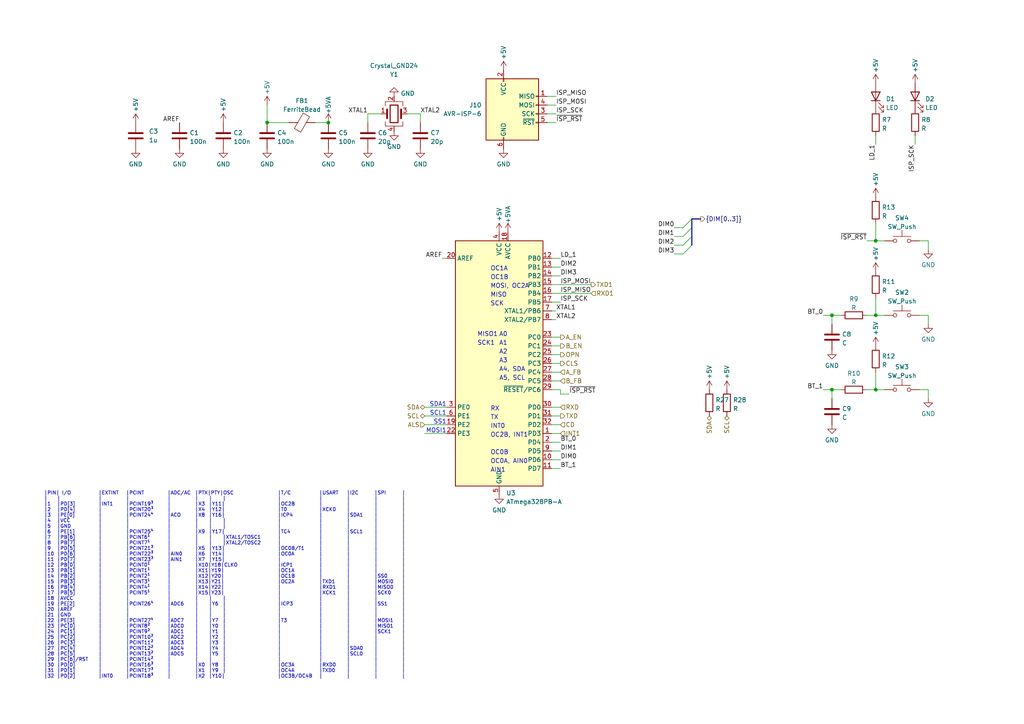
<source format=kicad_sch>
(kicad_sch (version 20231120) (generator "eeschema") (generator_version "8.0")
  (paper "A4")
  (lib_symbols
    (symbol "Connector:AVR-ISP-6" (pin_names (offset 1.016))
      (property "Reference" "J" (at -6.35 11.43 0))
      (property "Value" "AVR-ISP-6" (at 0 11.43 0))
      (symbol "AVR-ISP-6_0_1"
        (rectangle (start -2.667 -6.858) (end -2.413 -7.62))
        (rectangle (start -2.667 10.16) (end -2.413 9.398))
        (rectangle (start 7.62 -2.413) (end 6.858 -2.667))
        (rectangle (start 7.62 0.127) (end 6.858 -0.127))
        (rectangle (start 7.62 2.667) (end 6.858 2.413))
        (rectangle (start 7.62 5.207) (end 6.858 4.953))
        (rectangle (start 7.62 10.16) (end -7.62 -7.62) (stroke (width 0.254)) (fill (type background)))
      )
      (symbol "AVR-ISP-6_1_1"
        (pin passive line (at 10.16 5.08 180) (length 2.54) (name "MISO") (number "1"))
        (pin passive line (at -2.54 12.7 270) (length 2.54) (name "VCC") (number "2"))
        (pin passive line (at 10.16 0 180) (length 2.54) (name "SCK") (number "3"))
        (pin passive line (at 10.16 2.54 180) (length 2.54) (name "MOSI") (number "4"))
        (pin passive line (at 10.16 -2.54 180) (length 2.54) (name "~{RST}") (number "5"))
        (pin passive line (at -2.54 -10.16 90) (length 2.54) (name "GND") (number "6"))
      )
    )
    (symbol "Device:C" (pin_numbers hide) (pin_names (offset 0.254))
      (property "Reference" "C" (at 0.635 2.54 0))
      (property "Value" "C" (at 0.635 -2.54 0))
      (symbol "C_0_1"
        (polyline (pts (xy -2.032 -0.762) (xy 2.032 -0.762)) (stroke (width 0.508)))
        (polyline (pts (xy -2.032 0.762) (xy 2.032 0.762)) (stroke (width 0.508)))
      )
      (symbol "C_1_1"
        (pin passive line (at 0 3.81 270) (length 2.794) (name "~") (number "1"))
        (pin passive line (at 0 -3.81 90) (length 2.794) (name "~") (number "2"))
      )
    )
    (symbol "Device:Crystal_GND24" (pin_names (offset 1.016) hide)
      (property "Reference" "Y" (at 3.175 5.08 0))
      (property "Value" "Crystal_GND24" (at 3.175 3.175 0))
      (symbol "Crystal_GND24_0_1"
        (rectangle (start -1.143 2.54) (end 1.143 -2.54) (stroke (width 0.3048)))
        (polyline (pts (xy -2.54 0) (xy -2.032 0)))
        (polyline (pts (xy -2.032 -1.27) (xy -2.032 1.27)) (stroke (width 0.508)))
        (polyline (pts (xy 0 -3.81) (xy 0 -3.556)))
        (polyline (pts (xy 0 3.556) (xy 0 3.81)))
        (polyline (pts (xy 2.032 -1.27) (xy 2.032 1.27)) (stroke (width 0.508)))
        (polyline (pts (xy 2.032 0) (xy 2.54 0)))
        (polyline (pts (xy -2.54 -2.286) (xy -2.54 -3.556) (xy 2.54 -3.556) (xy 2.54 -2.286)))
        (polyline (pts (xy -2.54 2.286) (xy -2.54 3.556) (xy 2.54 3.556) (xy 2.54 2.286)))
      )
      (symbol "Crystal_GND24_1_1"
        (pin passive line (at -3.81 0 0) (length 1.27) (name "1") (number "1"))
        (pin passive line (at 0 5.08 270) (length 1.27) (name "2") (number "2"))
        (pin passive line (at 3.81 0 180) (length 1.27) (name "3") (number "3"))
        (pin passive line (at 0 -5.08 90) (length 1.27) (name "4") (number "4"))
      )
    )
    (symbol "Device:FerriteBead" (pin_numbers hide) (pin_names (offset 0))
      (property "Reference" "FB" (at -3.81 0.635 90))
      (property "Value" "FerriteBead" (at 3.81 0 90))
      (symbol "FerriteBead_0_1"
        (polyline (pts (xy 0 -1.27) (xy 0 -1.2192)))
        (polyline (pts (xy 0 1.27) (xy 0 1.2954)))
        (polyline (pts (xy -2.7686 0.4064) (xy -1.7018 2.2606) (xy 2.7686 -0.3048) (xy 1.6764 -2.159) (xy -2.7686 0.4064)))
      )
      (symbol "FerriteBead_1_1"
        (pin passive line (at 0 3.81 270) (length 2.54) (name "~") (number "1"))
        (pin passive line (at 0 -3.81 90) (length 2.54) (name "~") (number "2"))
      )
    )
    (symbol "Device:LED" (pin_numbers hide) (pin_names (offset 1.016) hide)
      (property "Reference" "D" (at 0 2.54 0))
      (property "Value" "LED" (at 0 -2.54 0))
      (symbol "LED_0_1"
        (polyline (pts (xy -1.27 -1.27) (xy -1.27 1.27)) (stroke (width 0.254)))
        (polyline (pts (xy -1.27 0) (xy 1.27 0)))
        (polyline (pts (xy 1.27 -1.27) (xy 1.27 1.27) (xy -1.27 0) (xy 1.27 -1.27)) (stroke (width 0.254)))
        (polyline (pts (xy -3.048 -0.762) (xy -4.572 -2.286) (xy -3.81 -2.286) (xy -4.572 -2.286) (xy -4.572 -1.524)))
        (polyline (pts (xy -1.778 -0.762) (xy -3.302 -2.286) (xy -2.54 -2.286) (xy -3.302 -2.286) (xy -3.302 -1.524)))
      )
      (symbol "LED_1_1"
        (pin passive line (at -3.81 0 0) (length 2.54) (name "K") (number "1"))
        (pin passive line (at 3.81 0 180) (length 2.54) (name "A") (number "2"))
      )
    )
    (symbol "Device:R" (pin_numbers hide) (pin_names (offset 0))
      (property "Reference" "R" (at 2.032 0 90))
      (property "Value" "R" (at 0 0 90))
      (symbol "R_0_1"
        (rectangle (start -1.016 -2.54) (end 1.016 2.54) (stroke (width 0.254)))
      )
      (symbol "R_1_1"
        (pin passive line (at 0 3.81 270) (length 1.27) (name "~") (number "1"))
        (pin passive line (at 0 -3.81 90) (length 1.27) (name "~") (number "2"))
      )
    )
    (symbol "MCU_Microchip_ATmega:ATmega328PB-A"
      (property "Reference" "U" (at -12.7 36.83 0))
      (property "Value" "ATmega328PB-A" (at 2.54 -36.83 0))
      (symbol "ATmega328PB-A_0_1"
        (rectangle (start -12.7 -35.56) (end 12.7 35.56) (stroke (width 0.254)) (fill (type background)))
      )
      (symbol "ATmega328PB-A_1_1"
        (pin bidirectional line (at 15.24 -20.32 180) (length 2.54) (name "PD3") (number "1"))
        (pin bidirectional line (at 15.24 -27.94 180) (length 2.54) (name "PD6") (number "10"))
        (pin bidirectional line (at 15.24 -30.48 180) (length 2.54) (name "PD7") (number "11"))
        (pin bidirectional line (at 15.24 30.48 180) (length 2.54) (name "PB0") (number "12"))
        (pin bidirectional line (at 15.24 27.94 180) (length 2.54) (name "PB1") (number "13"))
        (pin bidirectional line (at 15.24 25.4 180) (length 2.54) (name "PB2") (number "14"))
        (pin bidirectional line (at 15.24 22.86 180) (length 2.54) (name "PB3") (number "15"))
        (pin bidirectional line (at 15.24 20.32 180) (length 2.54) (name "PB4") (number "16"))
        (pin bidirectional line (at 15.24 17.78 180) (length 2.54) (name "PB5") (number "17"))
        (pin power_in line (at 2.54 38.1 270) (length 2.54) (name "AVCC") (number "18"))
        (pin bidirectional line (at -15.24 -17.78 0) (length 2.54) (name "PE2") (number "19"))
        (pin bidirectional line (at 15.24 -22.86 180) (length 2.54) (name "PD4") (number "2"))
        (pin passive line (at -15.24 30.48 0) (length 2.54) (name "AREF") (number "20"))
        (pin passive line (at 0 -38.1 90) (length 2.54) hide (name "GND") (number "21"))
        (pin bidirectional line (at -15.24 -20.32 0) (length 2.54) (name "PE3") (number "22"))
        (pin bidirectional line (at 15.24 7.62 180) (length 2.54) (name "PC0") (number "23"))
        (pin bidirectional line (at 15.24 5.08 180) (length 2.54) (name "PC1") (number "24"))
        (pin bidirectional line (at 15.24 2.54 180) (length 2.54) (name "PC2") (number "25"))
        (pin bidirectional line (at 15.24 0 180) (length 2.54) (name "PC3") (number "26"))
        (pin bidirectional line (at 15.24 -2.54 180) (length 2.54) (name "PC4") (number "27"))
        (pin bidirectional line (at 15.24 -5.08 180) (length 2.54) (name "PC5") (number "28"))
        (pin bidirectional line (at 15.24 -7.62 180) (length 2.54) (name "~{RESET}/PC6") (number "29"))
        (pin bidirectional line (at -15.24 -12.7 0) (length 2.54) (name "PE0") (number "3"))
        (pin bidirectional line (at 15.24 -12.7 180) (length 2.54) (name "PD0") (number "30"))
        (pin bidirectional line (at 15.24 -15.24 180) (length 2.54) (name "PD1") (number "31"))
        (pin bidirectional line (at 15.24 -17.78 180) (length 2.54) (name "PD2") (number "32"))
        (pin power_in line (at 0 38.1 270) (length 2.54) (name "VCC") (number "4"))
        (pin power_in line (at 0 -38.1 90) (length 2.54) (name "GND") (number "5"))
        (pin bidirectional line (at -15.24 -15.24 0) (length 2.54) (name "PE1") (number "6"))
        (pin bidirectional line (at 15.24 15.24 180) (length 2.54) (name "XTAL1/PB6") (number "7"))
        (pin bidirectional line (at 15.24 12.7 180) (length 2.54) (name "XTAL2/PB7") (number "8"))
        (pin bidirectional line (at 15.24 -25.4 180) (length 2.54) (name "PD5") (number "9"))
      )
    )
    (symbol "Switch:SW_Push" (pin_numbers hide) (pin_names (offset 1.016) hide)
      (property "Reference" "SW" (at 1.27 2.54 0))
      (property "Value" "SW_Push" (at 0 -1.524 0))
      (symbol "SW_Push_0_1"
        (circle (center -2.032 0) (radius 0.508))
        (polyline (pts (xy 0 1.27) (xy 0 3.048)))
        (polyline (pts (xy 2.54 1.27) (xy -2.54 1.27)))
        (circle (center 2.032 0) (radius 0.508))
        (pin passive line (at -5.08 0 0) (length 2.54) (name "1") (number "1"))
        (pin passive line (at 5.08 0 180) (length 2.54) (name "2") (number "2"))
      )
    )
    (symbol "power:+5V" (power) (pin_names (offset 0))
      (property "Value" "+5V" (at 0 3.556 0))
      (symbol "+5V_0_1"
        (polyline (pts (xy -0.762 1.27) (xy 0 2.54)))
        (polyline (pts (xy 0 0) (xy 0 2.54)))
        (polyline (pts (xy 0 2.54) (xy 0.762 1.27)))
      )
      (symbol "+5V_1_1"
        (pin power_in line (at 0 0 90) (length 0) hide (name "+5V") (number "1"))
      )
    )
    (symbol "power:+5VA" (power) (pin_names (offset 0))
      (property "Value" "+5VA" (at 0 3.556 0))
      (symbol "+5VA_0_1"
        (polyline (pts (xy -0.762 1.27) (xy 0 2.54)))
        (polyline (pts (xy 0 0) (xy 0 2.54)))
        (polyline (pts (xy 0 2.54) (xy 0.762 1.27)))
      )
      (symbol "+5VA_1_1"
        (pin power_in line (at 0 0 90) (length 0) hide (name "+5VA") (number "1"))
      )
    )
    (symbol "power:GND" (power) (pin_names (offset 0))
      (property "Value" "GND" (at 0 -3.81 0))
      (symbol "GND_0_1"
        (polyline (pts (xy 0 0) (xy 0 -1.27) (xy 1.27 -1.27) (xy 0 -2.54) (xy -1.27 -1.27) (xy 0 -1.27)))
      )
      (symbol "GND_1_1"
        (pin power_in line (at 0 0 270) (length 0) hide (name "GND") (number "1"))
      )
    )
  )
  (junction (at 254 69.85))
  (junction (at 254 113.03))
  (junction (at 77.47 35.56))
  (junction (at 95.25 35.56))
  (junction (at 241.3 113.03))
  (junction (at 241.3 91.44))
  (junction (at 254 91.44))
  (bus_entry (at 200.66 66.04) (size -2.54 2.54))
  (bus_entry (at 200.66 71.12) (size -2.54 2.54))
  (bus_entry (at 200.66 68.58) (size -2.54 2.54))
  (bus_entry (at 200.66 63.5) (size -2.54 2.54))
  (wire (pts (xy 160.02 102.87) (xy 162.56 102.87)))
  (wire (pts (xy 160.02 120.65) (xy 162.56 120.65)))
  (wire (pts (xy 160.02 90.17) (xy 161.29 90.17)))
  (wire (pts (xy 123.19 118.11) (xy 129.54 118.11)))
  (wire (pts (xy 195.58 71.12) (xy 198.12 71.12)))
  (wire (pts (xy 195.58 68.58) (xy 198.12 68.58)))
  (wire (pts (xy 158.75 30.48) (xy 161.29 30.48)))
  (wire (pts (xy 269.24 69.85) (xy 266.7 69.85)))
  (wire (pts (xy 160.02 74.93) (xy 162.56 74.93)))
  (wire (pts (xy 162.56 113.03) (xy 160.02 113.03)))
  (wire (pts (xy 160.02 105.41) (xy 162.56 105.41)))
  (wire (pts (xy 160.02 110.49) (xy 162.56 110.49)))
  (wire (pts (xy 160.02 130.81) (xy 162.56 130.81)))
  (wire (pts (xy 121.92 33.02) (xy 121.92 35.56)))
  (wire (pts (xy 269.24 115.57) (xy 269.24 113.03)))
  (bus (pts (xy 200.66 68.58) (xy 200.66 71.12)))
  (wire (pts (xy 269.24 93.98) (xy 269.24 91.44)))
  (wire (pts (xy 265.43 39.37) (xy 265.43 41.91)))
  (wire (pts (xy 269.24 72.39) (xy 269.24 69.85)))
  (wire (pts (xy 160.02 118.11) (xy 162.56 118.11)))
  (wire (pts (xy 83.82 35.56) (xy 77.47 35.56)))
  (wire (pts (xy 160.02 125.73) (xy 162.56 125.73)))
  (wire (pts (xy 238.76 113.03) (xy 241.3 113.03)))
  (wire (pts (xy 77.47 30.48) (xy 77.47 35.56)))
  (wire (pts (xy 160.02 80.01) (xy 162.56 80.01)))
  (wire (pts (xy 195.58 66.04) (xy 198.12 66.04)))
  (wire (pts (xy 241.3 91.44) (xy 241.3 93.98)))
  (wire (pts (xy 158.75 35.56) (xy 161.29 35.56)))
  (wire (pts (xy 254 86.36) (xy 254 91.44)))
  (wire (pts (xy 160.02 92.71) (xy 161.29 92.71)))
  (wire (pts (xy 238.76 91.44) (xy 241.3 91.44)))
  (wire (pts (xy 158.75 33.02) (xy 161.29 33.02)))
  (wire (pts (xy 123.19 120.65) (xy 129.54 120.65)))
  (wire (pts (xy 160.02 85.09) (xy 171.45 85.09)))
  (wire (pts (xy 160.02 107.95) (xy 162.56 107.95)))
  (wire (pts (xy 162.56 114.3) (xy 162.56 113.03)))
  (wire (pts (xy 251.46 91.44) (xy 254 91.44)))
  (wire (pts (xy 123.19 123.19) (xy 129.54 123.19)))
  (wire (pts (xy 269.24 91.44) (xy 266.7 91.44)))
  (wire (pts (xy 160.02 100.33) (xy 162.56 100.33)))
  (wire (pts (xy 118.11 33.02) (xy 121.92 33.02)))
  (wire (pts (xy 160.02 128.27) (xy 162.56 128.27)))
  (wire (pts (xy 162.56 114.3) (xy 165.1 114.3)))
  (wire (pts (xy 160.02 82.55) (xy 171.45 82.55)))
  (wire (pts (xy 269.24 113.03) (xy 266.7 113.03)))
  (wire (pts (xy 160.02 97.79) (xy 162.56 97.79)))
  (wire (pts (xy 123.19 125.73) (xy 129.54 125.73)))
  (bus (pts (xy 200.66 66.04) (xy 200.66 68.58)))
  (wire (pts (xy 110.49 33.02) (xy 106.68 33.02)))
  (wire (pts (xy 160.02 77.47) (xy 162.56 77.47)))
  (wire (pts (xy 254 69.85) (xy 256.54 69.85)))
  (wire (pts (xy 251.46 113.03) (xy 254 113.03)))
  (wire (pts (xy 254 39.37) (xy 254 41.91)))
  (wire (pts (xy 91.44 35.56) (xy 95.25 35.56)))
  (wire (pts (xy 158.75 27.94) (xy 161.29 27.94)))
  (bus (pts (xy 200.66 63.5) (xy 200.66 66.04)))
  (wire (pts (xy 241.3 113.03) (xy 243.84 113.03)))
  (wire (pts (xy 106.68 33.02) (xy 106.68 35.56)))
  (wire (pts (xy 251.46 69.85) (xy 254 69.85)))
  (wire (pts (xy 160.02 133.35) (xy 162.56 133.35)))
  (wire (pts (xy 241.3 91.44) (xy 243.84 91.44)))
  (wire (pts (xy 128.27 74.93) (xy 129.54 74.93)))
  (wire (pts (xy 254 113.03) (xy 256.54 113.03)))
  (wire (pts (xy 160.02 87.63) (xy 162.56 87.63)))
  (wire (pts (xy 254 64.77) (xy 254 69.85)))
  (wire (pts (xy 160.02 123.19) (xy 162.56 123.19)))
  (wire (pts (xy 254 91.44) (xy 256.54 91.44)))
  (wire (pts (xy 160.02 135.89) (xy 162.56 135.89)))
  (wire (pts (xy 195.58 73.66) (xy 198.12 73.66)))
  (bus (pts (xy 200.66 63.5) (xy 203.2 63.5)))
  (wire (pts (xy 241.3 113.03) (xy 241.3 115.57)))
  (wire (pts (xy 254 107.95) (xy 254 113.03)))
  (text "OC0B" (at 142.2399 132.0641 0) (effects (font (size 1.27 1.27)) (justify left bottom)))
  (text "OC1B" (at 142.24 81.28 0) (effects (font (size 1.27 1.27)) (justify left bottom)))
  (text "SS1" (at 129.54 123.19 0) (effects (font (size 1.27 1.27)) (justify right bottom)))
  (text "A0" (at 144.7364 97.7899 0) (effects (font (size 1.27 1.27)) (justify left bottom)))
  (text "OC1A" (at 142.24 78.74 0) (effects (font (size 1.27 1.27)) (justify left bottom)))
  (text "MISO" (at 142.24 86.3755 0) (effects (font (size 1.27 1.27)) (justify left bottom)))
  (text "TX" (at 142.2399 121.8941 0) (effects (font (size 1.27 1.27)) (justify left bottom)))
  (text "SCK1" (at 138.43 100.33 0) (effects (font (size 1.27 1.27)) (justify left bottom)))
  (text "|PIN| I/O		|EXTINT	|PCINT		|ADC/AC	|PTX|PTY|OSC			|T/C		|USART	|I2C	|SPI	|\n|	|			|		|			|		|	|	|				|			|		|		|		|\n|1	|PD[3]		|INT1	|PCINT19³	|		|X3	|Y11|				|OC2B		|		|		|		|\n|2	|PD[4]		|		|PCINT20³	|		|X4	|Y12|				|T0			|XCK0	|		|		|\n|3	|PE[0]		|		|PCINT24⁴	|ACO	|X8	|Y16|				|ICP4		|		|SDA1	|		|\n|4	|VCC		|		|			|		|	|	|           	|			|		|		|		|\n|5	|GND		|		|			|		|	|	|				|			|		|		|		|\n|6	|PE[1]		|		|PCINT25⁴	|		|X9	|Y17|				|TC4		|		|SCL1	|		|\n|7	|PB[6]		|		|PCINT6¹	|		|	|	|XTAL1/TOSC1	|			|		|		|		|\n|8	|PB[7]		|		|PCINT7¹	|		|	|	|XTAL2/TOSC2	|			|		|		|		|\n|9	|PD[5]		|		|PCINT21³	|		|X5	|Y13|				|OC0B/T1	|		|		|		|\n|10	|PD[6]		|		|PCINT22³	|AIN0	|X6	|Y14|				|OC0A		|		|		|		|\n|11	|PD[7]		|		|PCINT23³	|AIN1	|X7	|Y15|				|			|		|		|		|\n|12	|PB[0]		|		|PCINT0¹	|		|X10|Y18|CLKO			|ICP1		|		|		|		|\n|13	|PB[1]		|		|PCINT1¹	|		|X11|Y19|				|OC1A		|		|		|		|\n|14	|PB[2]		|		|PCINT2¹	|		|X12|Y20|				|OC1B		|		|		|SS0	|\n|15	|PB[3]		|		|PCINT3¹	|		|X13|Y21|				|OC2A		|TXD1	|		|MOSI0	|\n|16	|PB[4]		|		|PCINT4¹	|		|X14|Y22|				|			|RXD1	|		|MISO0	|\n|17	|PB[5]		|		|PCINT5¹	|		|X15|Y23|				|			|XCK1	|		|SCK0	|\n|18	|AVCC		|		|			|		|	|	|				|			|		|		|		|\n|19	|PE[2]		|		|PCINT26⁴	|ADC6	|	|Y6	|				|ICP3		|		|		|SS1	|\n|20	|AREF		|		|			|		|	|	|				|			|		|		|		|\n|21	|GND		|		|			|		|	|	|				|			|		|		|		|\n|22	|PE[3]		|		|PCINT27⁴	|ADC7	|	|Y7	|				|T3			|		|		|MOSI1	|\n|23	|PC[0]		|		|PCINT8²	|ADC0	|	|Y0	|				|			|		|		|MISO1	|\n|24	|PC[1]		|		|PCINT9²	|ADC1	|	|Y1	|				|			|		|		|SCK1	|\n|25	|PC[2]		|		|PCINT10²	|ADC2	|	|Y2	|				|			|		|		|		|\n|26	|PC[3]		|		|PCINT11²	|ADC3	|	|Y3	|				|			|		|		|		|\n|27	|PC[4]		|		|PCINT12²	|ADC4	|	|Y4	|				|			|		|SDA0	|		|\n|28	|PC[5]		|		|PCINT13²	|ADC5	|	|Y5	|				|			|		|SCL0	|		|\n|29	|PC[6]/RST	|		|PCINT14²	|		|	|	|				|			|		|		|		|\n|30	|PD[0]		|		|PCINT16³	|		|X0	|Y8	|				|OC3A		|RXD0	|		|		|\n|31	|PD[1]		|		|PCINT17³	|		|X1	|Y9	|				|OC4A		|TXD0	|		|		|\n|32	|PD[2]		|INT0	|PCINT18³	|		|X2	|Y10|				|OC3B/OC4B	|		|		|		|" (at 12.7 196.85 0) (effects (font (size 1 1)) (justify left bottom)))
  (text "SCL1" (at 129.54 120.65 0) (effects (font (size 1.27 1.27)) (justify right bottom)))
  (text "A4, SDA" (at 144.7364 107.9499 0) (effects (font (size 1.27 1.27)) (justify left bottom)))
  (text "OC2B, INT1" (at 142.24 127 0) (effects (font (size 1.27 1.27)) (justify left bottom)))
  (text "A1" (at 144.7364 100.3299 0) (effects (font (size 1.27 1.27)) (justify left bottom)))
  (text "SDA1" (at 129.54 118.11 0) (effects (font (size 1.27 1.27)) (justify right bottom)))
  (text "INT0" (at 142.2399 124.4366 0) (effects (font (size 1.27 1.27)) (justify left bottom)))
  (text "OC0A, AIN0" (at 142.24 134.62 0) (effects (font (size 1.27 1.27)) (justify left bottom)))
  (text "MOSI, OC2A" (at 142.24 83.806 0) (effects (font (size 1.27 1.27)) (justify left bottom)))
  (text "SCK" (at 142.24 88.9 0) (effects (font (size 1.27 1.27)) (justify left bottom)))
  (text "MISO1" (at 138.43 97.79 0) (effects (font (size 1.27 1.27)) (justify left bottom)))
  (text "A2" (at 144.7364 102.8699 0) (effects (font (size 1.27 1.27)) (justify left bottom)))
  (text "AIN1" (at 142.24 137.16 0) (effects (font (size 1.27 1.27)) (justify left bottom)))
  (text "A5, SCL" (at 144.78 110.49 0) (effects (font (size 1.27 1.27)) (justify left bottom)))
  (text "MOSI1" (at 129.54 125.73 0) (effects (font (size 1.27 1.27)) (justify right bottom)))
  (text "A3" (at 144.7364 105.4099 0) (effects (font (size 1.27 1.27)) (justify left bottom)))
  (text "RX" (at 142.24 119.38 0) (effects (font (size 1.27 1.27)) (justify left bottom)))
  (label "LD_1" (at 162.56 74.93 0))
  (label "BT_0" (at 238.76 91.44 180))
  (label "DIM1" (at 162.56 130.81 0))
  (label "~{ISP_RST}" (at 161.29 35.56 0))
  (label "DIM0" (at 195.58 66.04 180))
  (label "BT_1" (at 238.76 113.03 180))
  (label "XTAL1" (at 161.29 90.17 0))
  (label "ISP_MISO" (at 162.56 85.09 0))
  (label "ISP_SCK" (at 265.43 41.91 270))
  (label "DIM1" (at 195.58 68.58 180))
  (label "BT_0" (at 162.56 128.27 0))
  (label "AREF" (at 52.07 35.56 180))
  (label "DIM3" (at 162.56 80.01 0))
  (label "XTAL2" (at 161.29 92.71 0))
  (label "AREF" (at 128.27 74.93 180))
  (label "ISP_SCK" (at 162.56 87.63 0))
  (label "DIM0" (at 162.56 133.35 0))
  (label "BT_1" (at 162.56 135.89 0))
  (label "ISP_MISO" (at 161.29 27.94 0))
  (label "ISP_MOSI" (at 162.56 82.55 0))
  (label "DIM3" (at 195.58 73.66 180))
  (label "DIM2" (at 162.56 77.47 0))
  (label "DIM2" (at 195.58 71.12 180))
  (label "~{ISP_RST}" (at 251.46 69.85 180))
  (label "XTAL1" (at 106.68 33.02 180))
  (label "~{ISP_RST}" (at 165.1 114.3 0))
  (label "XTAL2" (at 121.92 33.02 0))
  (label "ISP_MOSI" (at 161.29 30.48 0))
  (label "ISP_SCK" (at 161.29 33.02 0))
  (label "LD_1" (at 254 41.91 270))
  (hierarchical_label "{DIM[0..3]}" (shape output) (at 203.2 63.5 0))
  (hierarchical_label "RXD1" (shape input) (at 171.45 85.09 0))
  (hierarchical_label "CLS" (shape output) (at 162.56 105.41 0))
  (hierarchical_label "TXD" (shape output) (at 162.56 120.65 0))
  (hierarchical_label "A_FB" (shape input) (at 162.56 107.95 0))
  (hierarchical_label "OPN" (shape output) (at 162.56 102.87 0))
  (hierarchical_label "RXD" (shape input) (at 162.56 118.11 0))
  (hierarchical_label "SCL" (shape bidirectional) (at 123.19 120.65 180))
  (hierarchical_label "ALS" (shape input) (at 123.19 123.19 180))
  (hierarchical_label "INT1" (shape input) (at 162.56 125.73 0))
  (hierarchical_label "SCL" (shape bidirectional) (at 210.82 120.65 270))
  (hierarchical_label "B_EN" (shape output) (at 162.56 100.33 0))
  (hierarchical_label "CD" (shape input) (at 162.56 123.19 0))
  (hierarchical_label "B_FB" (shape input) (at 162.56 110.49 0))
  (hierarchical_label "SDA" (shape bidirectional) (at 123.19 118.11 180))
  (hierarchical_label "SDA" (shape bidirectional) (at 205.74 120.65 270))
  (hierarchical_label "TXD1" (shape output) (at 171.45 82.55 0))
  (hierarchical_label "A_EN" (shape output) (at 162.56 97.79 0))
  (symbol (lib_id "power:+5V") (at 254 24.13 0) (unit 1)
    (property "Reference" "#PWR036" (effects (hide yes)))
    (property "Value" "+5V" (at 254 19.05 90))
    (instances (project "room_hub" (path "" (reference "#PWR036") (unit 1))) (project "heating_controller" (path "" (reference "#PWR0145") (unit 1))))
  )
  (symbol (lib_id "power:GND") (at 77.47 43.18 0) (unit 1)
    (property "Reference" "#PWR022" (effects (hide yes)))
    (property "Value" "GND" (at 77.47 47.6234 0))
    (instances (project "room_hub" (path "" (reference "#PWR022") (unit 1))) (project "heating_controller" (path "" (reference "#PWR08") (unit 1))))
  )
  (symbol (lib_id "Device:R") (at 265.43 35.56 0) (unit 1)
    (property "Reference" "R8" (at 267.208 34.7253 0) (effects (justify left)))
    (property "Value" "R" (at 267.208 37.2622 0) (effects (justify left)))
    (property "Footprint" "Resistor_SMD:R_0603_1608Metric" (effects (hide yes)))
    (instances (project "room_hub" (path "" (reference "R8") (unit 1))) (project "heating_controller" (path "" (reference "R23") (unit 1))))
  )
  (symbol (lib_id "power:GND") (at 241.3 123.19 0) (unit 1)
    (property "Reference" "#PWR039" (effects (hide yes)))
    (property "Value" "GND" (at 241.3 127.6334 0))
    (instances (project "room_hub" (path "" (reference "#PWR039") (unit 1))) (project "heating_controller" (path "" (reference "#PWR0135") (unit 1))))
  )
  (symbol (lib_id "Device:R") (at 254 35.56 0) (unit 1)
    (property "Reference" "R7" (at 255.778 34.7253 0) (effects (justify left)))
    (property "Value" "R" (at 255.778 37.2622 0) (effects (justify left)))
    (property "Footprint" "Resistor_SMD:R_0603_1608Metric" (effects (hide yes)))
    (instances (project "room_hub" (path "" (reference "R7") (unit 1))) (project "heating_controller" (path "" (reference "R22") (unit 1))))
  )
  (symbol (lib_id "power:GND") (at 269.24 93.98 0) (unit 1)
    (property "Reference" "#PWR043" (effects (hide yes)))
    (property "Value" "GND" (at 269.24 98.4234 0))
    (instances (project "room_hub" (path "" (reference "#PWR043") (unit 1))) (project "heating_controller" (path "" (reference "#PWR0133") (unit 1))))
  )
  (symbol (lib_id "Device:C") (at 121.92 39.37 0) (unit 1)
    (property "Reference" "C7" (at 124.841 38.5353 0) (effects (justify left)))
    (property "Value" "20p" (at 124.841 41.0722 0) (effects (justify left)))
    (property "Footprint" "Capacitor_SMD:C_0603_1608Metric" (effects (hide yes)))
  )
  (symbol (lib_id "power:GND") (at 95.25 43.18 0) (unit 1)
    (property "Reference" "#PWR024" (effects (hide yes)))
    (property "Value" "GND" (at 95.25 47.6234 0))
    (instances (project "room_hub" (path "" (reference "#PWR024") (unit 1))) (project "heating_controller" (path "" (reference "#PWR0141") (unit 1))))
  )
  (symbol (lib_id "Device:LED") (at 254 27.94 90) (unit 1)
    (property "Reference" "D1" (at 256.921 28.6928 90) (effects (justify right)))
    (property "Value" "LED" (at 256.921 31.2297 90) (effects (justify right)))
    (property "Footprint" "LED_SMD:LED_0603_1608Metric" (effects (hide yes)))
    (instances (project "room_hub" (path "" (reference "D1") (unit 1))) (project "heating_controller" (path "" (reference "D17") (unit 1))))
  )
  (symbol (lib_id "MCU_Microchip_ATmega:ATmega328PB-A") (at 144.78 105.41 0) (unit 1)
    (property "Reference" "U3" (at 146.7994 143.0004 0) (effects (justify left)))
    (property "Value" "ATmega328PB-A" (at 146.7994 145.5373 0) (effects (justify left)))
    (property "Footprint" "Package_QFP:TQFP-32_7x7mm_P0.8mm" (effects (hide yes)))
    (property "Datasheet" "http://ww1.microchip.com/downloads/en/DeviceDoc/40001906C.pdf" (effects (hide yes)))
  )
  (symbol (lib_id "power:+5VA") (at 147.32 67.31 0) (unit 1)
    (property "Reference" "#PWR027" (effects (hide yes)))
    (property "Value" "+5VA" (at 147.32 62.23 90))
    (instances (project "room_hub" (path "" (reference "#PWR027") (unit 1))) (project "heating_controller" (path "" (reference "#PWR0142") (unit 1))))
  )
  (symbol (lib_id "power:+5V") (at 205.74 113.03 0) (unit 1)
    (property "Reference" "#PWR08" (effects (hide yes)))
    (property "Value" "+5V" (at 205.74 107.95 90))
    (instances (project "room_hub" (path "" (reference "#PWR08") (unit 1))) (project "heating_controller" (path "" (reference "#PWR0147") (unit 1))))
  )
  (symbol (lib_id "Device:R") (at 210.82 116.84 0) (unit 1)
    (property "Reference" "R28" (at 212.598 116.0053 0) (effects (justify left)))
    (property "Value" "R" (at 212.598 118.5422 0) (effects (justify left)))
    (property "Footprint" "Resistor_SMD:R_0603_1608Metric" (effects (hide yes)))
    (instances (project "room_hub" (path "" (reference "R28") (unit 1))) (project "heating_controller" (path "" (reference "R26") (unit 1))))
  )
  (symbol (lib_id "power:GND") (at 144.78 143.51 0) (unit 1)
    (property "Reference" "#PWR026" (effects (hide yes)))
    (property "Value" "GND" (at 144.78 147.9534 0))
    (instances (project "room_hub" (path "" (reference "#PWR026") (unit 1))) (project "heating_controller" (path "" (reference "#PWR0132") (unit 1))))
  )
  (symbol (lib_id "power:+5V") (at 254 100.33 0) (unit 1)
    (property "Reference" "#PWR041" (effects (hide yes)))
    (property "Value" "+5V" (at 254 95.25 90))
    (instances (project "room_hub" (path "" (reference "#PWR041") (unit 1))) (project "heating_controller" (path "" (reference "#PWR0130") (unit 1))))
  )
  (symbol (lib_id "Device:C") (at 106.68 39.37 0) (unit 1)
    (property "Reference" "C6" (at 109.601 38.5353 0) (effects (justify left)))
    (property "Value" "20p" (at 109.601 41.0722 0) (effects (justify left)))
    (property "Footprint" "Capacitor_SMD:C_0603_1608Metric" (effects (hide yes)))
  )
  (symbol (lib_id "Device:R") (at 205.74 116.84 0) (unit 1)
    (property "Reference" "R27" (at 207.518 116.0053 0) (effects (justify left)))
    (property "Value" "R" (at 207.518 118.5422 0) (effects (justify left)))
    (property "Footprint" "Resistor_SMD:R_0603_1608Metric" (effects (hide yes)))
    (instances (project "room_hub" (path "" (reference "R27") (unit 1))) (project "heating_controller" (path "" (reference "R26") (unit 1))))
  )
  (symbol (lib_id "Device:R") (at 247.65 91.44 90) (unit 1)
    (property "Reference" "R9" (at 247.65 86.7242 90))
    (property "Value" "R" (at 247.65 89.2611 90))
    (property "Footprint" "Resistor_SMD:R_0603_1608Metric" (effects (hide yes)))
    (instances (project "room_hub" (path "" (reference "R9") (unit 1))) (project "heating_controller" (path "" (reference "R24") (unit 1))))
  )
  (symbol (lib_id "Device:C") (at 52.07 39.37 0) (unit 1)
    (property "Reference" "C1" (at 54.991 38.5353 0) (effects (justify left)))
    (property "Value" "100n" (at 54.991 41.0722 0) (effects (justify left)))
    (property "Footprint" "Capacitor_SMD:C_0603_1608Metric" (effects (hide yes)))
    (instances (project "room_hub" (path "" (reference "C1") (unit 1))) (project "heating_controller" (path "" (reference "C3") (unit 1))))
  )
  (symbol (lib_id "Device:C") (at 39.37 39.37 180) (unit 1)
    (property "Reference" "C3" (at 43.18 38.1 0) (effects (justify right)))
    (property "Value" "1u" (at 43.18 40.64 0) (effects (justify right)))
    (property "Footprint" "Capacitor_SMD:C_0603_1608Metric" (effects (hide yes)))
    (instances (project "room_hub" (path "" (reference "C3") (unit 1))) (project "heating_controller" (path "" (reference "C26") (unit 1))))
  )
  (symbol (lib_id "power:GND") (at 114.3 27.94 180) (unit 1)
    (property "Reference" "#PWR031" (effects (hide yes)))
    (property "Value" "GND" (at 116.205 27.1038 0) (effects (justify right)))
    (instances (project "room_hub" (path "" (reference "#PWR031") (unit 1))) (project "heating_controller" (path "" (reference "#PWR0149") (unit 1))))
  )
  (symbol (lib_id "power:+5V") (at 144.78 67.31 0) (unit 1)
    (property "Reference" "#PWR025" (effects (hide yes)))
    (property "Value" "+5V" (at 144.78 62.23 90))
    (instances (project "room_hub" (path "" (reference "#PWR025") (unit 1))) (project "heating_controller" (path "" (reference "#PWR0143") (unit 1))))
  )
  (symbol (lib_id "power:GND") (at 146.05 43.18 0) (unit 1)
    (property "Reference" "#PWR035" (effects (hide yes)))
    (property "Value" "GND" (at 146.05 47.6234 0))
    (instances (project "room_hub" (path "" (reference "#PWR035") (unit 1))) (project "heating_controller" (path "" (reference "#PWR0146") (unit 1))))
  )
  (symbol (lib_id "power:+5V") (at 64.77 35.56 0) (unit 1)
    (property "Reference" "#PWR017" (effects (hide yes)))
    (property "Value" "+5V" (at 64.77 30.48 90))
    (instances (project "room_hub" (path "" (reference "#PWR017") (unit 1))) (project "heating_controller" (path "" (reference "#PWR0137") (unit 1))))
  )
  (symbol (lib_id "Device:C") (at 64.77 39.37 180) (unit 1)
    (property "Reference" "C2" (at 67.691 38.5353 0) (effects (justify right)))
    (property "Value" "100n" (at 67.691 41.0722 0) (effects (justify right)))
    (property "Footprint" "Capacitor_SMD:C_0603_1608Metric" (effects (hide yes)))
    (instances (project "room_hub" (path "" (reference "C2") (unit 1))) (project "heating_controller" (path "" (reference "C4") (unit 1))))
  )
  (symbol (lib_id "power:+5V") (at 265.43 24.13 0) (unit 1)
    (property "Reference" "#PWR037" (effects (hide yes)))
    (property "Value" "+5V" (at 265.43 19.05 90))
    (instances (project "room_hub" (path "" (reference "#PWR037") (unit 1))) (project "heating_controller" (path "" (reference "#PWR0148") (unit 1))))
  )
  (symbol (lib_id "Device:C") (at 95.25 39.37 0) (unit 1)
    (property "Reference" "C5" (at 98.171 38.5353 0) (effects (justify left)))
    (property "Value" "100n" (at 98.171 41.0722 0) (effects (justify left)))
    (property "Footprint" "Capacitor_SMD:C_0603_1608Metric" (effects (hide yes)))
  )
  (symbol (lib_id "Device:R") (at 247.65 113.03 90) (unit 1)
    (property "Reference" "R10" (at 247.65 108.3142 90))
    (property "Value" "R" (at 247.65 110.8511 90))
    (property "Footprint" "Resistor_SMD:R_0603_1608Metric" (effects (hide yes)))
    (instances (project "room_hub" (path "" (reference "R10") (unit 1))) (project "heating_controller" (path "" (reference "R25") (unit 1))))
  )
  (symbol (lib_id "power:+5VA") (at 95.25 35.56 0) (unit 1)
    (property "Reference" "#PWR023" (effects (hide yes)))
    (property "Value" "+5VA" (at 95.25 30.48 90))
    (instances (project "room_hub" (path "" (reference "#PWR023") (unit 1))) (project "heating_controller" (path "" (reference "#PWR0139") (unit 1))))
  )
  (symbol (lib_id "power:+5V") (at 254 57.15 0) (unit 1)
    (property "Reference" "#PWR042" (effects (hide yes)))
    (property "Value" "+5V" (at 254 52.07 90))
    (instances (project "room_hub" (path "" (reference "#PWR042") (unit 1))) (project "heating_controller" (path "" (reference "#PWR0186") (unit 1))))
  )
  (symbol (lib_id "Device:LED") (at 265.43 27.94 90) (unit 1)
    (property "Reference" "D2" (at 268.351 28.6928 90) (effects (justify right)))
    (property "Value" "LED" (at 268.351 31.2297 90) (effects (justify right)))
    (property "Footprint" "LED_SMD:LED_0603_1608Metric" (effects (hide yes)))
    (instances (project "room_hub" (path "" (reference "D2") (unit 1))) (project "heating_controller" (path "" (reference "D18") (unit 1))))
  )
  (symbol (lib_id "power:+5V") (at 39.37 35.56 0) (unit 1)
    (property "Reference" "#PWR019" (effects (hide yes)))
    (property "Value" "+5V" (at 39.37 30.48 90))
    (instances (project "room_hub" (path "" (reference "#PWR019") (unit 1))) (project "heating_controller" (path "" (reference "#PWR09") (unit 1))))
  )
  (symbol (lib_id "Device:R") (at 254 60.96 0) (unit 1)
    (property "Reference" "R13" (at 255.778 60.1253 0) (effects (justify left)))
    (property "Value" "R" (at 255.778 62.6622 0) (effects (justify left)))
    (property "Footprint" "Resistor_SMD:R_0603_1608Metric" (effects (hide yes)))
    (instances (project "room_hub" (path "" (reference "R13") (unit 1))) (project "heating_controller" (path "" (reference "R37") (unit 1))))
  )
  (symbol (lib_id "Device:FerriteBead") (at 87.63 35.56 90) (unit 1)
    (property "Reference" "FB1" (at 87.5792 29.2186 90))
    (property "Value" "FerriteBead" (at 87.5792 31.7555 90))
    (property "Footprint" "Inductor_SMD:L_0603_1608Metric" (effects (hide yes)))
  )
  (symbol (lib_id "power:GND") (at 64.77 43.18 0) (unit 1)
    (property "Reference" "#PWR018" (effects (hide yes)))
    (property "Value" "GND" (at 64.77 47.6234 0))
    (instances (project "room_hub" (path "" (reference "#PWR018") (unit 1))) (project "heating_controller" (path "" (reference "#PWR0138") (unit 1))))
  )
  (symbol (lib_id "power:GND") (at 106.68 43.18 0) (unit 1)
    (property "Reference" "#PWR030" (effects (hide yes)))
    (property "Value" "GND" (at 106.68 47.6234 0))
    (instances (project "room_hub" (path "" (reference "#PWR030") (unit 1))) (project "heating_controller" (path "" (reference "#PWR0152") (unit 1))))
  )
  (symbol (lib_id "Switch:SW_Push") (at 261.62 113.03 0) (unit 1)
    (property "Reference" "SW3" (at 261.62 106.4092 0))
    (property "Value" "SW_Push" (at 261.62 108.9461 0))
    (property "Footprint" "Button_Switch_SMD:SW_SPST_B3U-1000P" (effects (hide yes)))
    (instances (project "room_hub" (path "" (reference "SW3") (unit 1))) (project "heating_controller" (path "" (reference "SW2") (unit 1))))
  )
  (symbol (lib_id "power:GND") (at 52.07 43.18 0) (unit 1)
    (property "Reference" "#PWR016" (effects (hide yes)))
    (property "Value" "GND" (at 52.07 47.6234 0))
    (instances (project "room_hub" (path "" (reference "#PWR016") (unit 1))) (project "heating_controller" (path "" (reference "#PWR0136") (unit 1))))
  )
  (symbol (lib_id "power:GND") (at 241.3 101.6 0) (unit 1)
    (property "Reference" "#PWR038" (effects (hide yes)))
    (property "Value" "GND" (at 241.3 106.0434 0))
    (instances (project "room_hub" (path "" (reference "#PWR038") (unit 1))) (project "heating_controller" (path "" (reference "#PWR0131") (unit 1))))
  )
  (symbol (lib_id "power:+5V") (at 77.47 30.48 0) (unit 1)
    (property "Reference" "#PWR021" (effects (hide yes)))
    (property "Value" "+5V" (at 77.47 25.4 90))
    (instances (project "room_hub" (path "" (reference "#PWR021") (unit 1))) (project "heating_controller" (path "" (reference "#PWR0140") (unit 1))))
  )
  (symbol (lib_id "power:GND") (at 39.37 43.18 0) (unit 1)
    (property "Reference" "#PWR020" (effects (hide yes)))
    (property "Value" "GND" (at 39.37 47.6234 0))
    (instances (project "room_hub" (path "" (reference "#PWR020") (unit 1))) (project "heating_controller" (path "" (reference "#PWR010") (unit 1))))
  )
  (symbol (lib_id "power:GND") (at 121.92 43.18 0) (unit 1)
    (property "Reference" "#PWR033" (effects (hide yes)))
    (property "Value" "GND" (at 121.92 47.6234 0))
    (instances (project "room_hub" (path "" (reference "#PWR033") (unit 1))) (project "heating_controller" (path "" (reference "#PWR0151") (unit 1))))
  )
  (symbol (lib_id "Switch:SW_Push") (at 261.62 69.85 0) (unit 1)
    (property "Reference" "SW4" (at 261.62 63.2292 0))
    (property "Value" "SW_Push" (at 261.62 65.7661 0))
    (property "Footprint" "Button_Switch_SMD:SW_SPST_B3U-1000P" (effects (hide yes)))
    (instances (project "room_hub" (path "" (reference "SW4") (unit 1))) (project "heating_controller" (path "" (reference "SW3") (unit 1))))
  )
  (symbol (lib_id "Device:C") (at 77.47 39.37 0) (unit 1)
    (property "Reference" "C4" (at 80.391 38.5353 0) (effects (justify left)))
    (property "Value" "100n" (at 80.391 41.0722 0) (effects (justify left)))
    (property "Footprint" "Capacitor_SMD:C_0603_1608Metric" (effects (hide yes)))
    (instances (project "room_hub" (path "" (reference "C4") (unit 1))) (project "heating_controller" (path "" (reference "C10") (unit 1))))
  )
  (symbol (lib_id "Switch:SW_Push") (at 261.62 91.44 0) (unit 1)
    (property "Reference" "SW2" (at 261.62 84.8192 0))
    (property "Value" "SW_Push" (at 261.62 87.3561 0))
    (property "Footprint" "Button_Switch_SMD:SW_SPST_B3U-1000P" (effects (hide yes)))
    (instances (project "room_hub" (path "" (reference "SW2") (unit 1))) (project "heating_controller" (path "" (reference "SW1") (unit 1))))
  )
  (symbol (lib_id "power:GND") (at 269.24 72.39 0) (unit 1)
    (property "Reference" "#PWR045" (effects (hide yes)))
    (property "Value" "GND" (at 269.24 76.8334 0))
    (instances (project "room_hub" (path "" (reference "#PWR045") (unit 1))) (project "heating_controller" (path "" (reference "#PWR0185") (unit 1))))
  )
  (symbol (lib_id "Device:R") (at 254 82.55 0) (unit 1)
    (property "Reference" "R11" (at 255.778 81.7153 0) (effects (justify left)))
    (property "Value" "R" (at 255.778 84.2522 0) (effects (justify left)))
    (property "Footprint" "Resistor_SMD:R_0603_1608Metric" (effects (hide yes)))
    (instances (project "room_hub" (path "" (reference "R11") (unit 1))) (project "heating_controller" (path "" (reference "R26") (unit 1))))
  )
  (symbol (lib_id "power:GND") (at 269.24 115.57 0) (unit 1)
    (property "Reference" "#PWR044" (effects (hide yes)))
    (property "Value" "GND" (at 269.24 120.0134 0))
    (instances (project "room_hub" (path "" (reference "#PWR044") (unit 1))) (project "heating_controller" (path "" (reference "#PWR0134") (unit 1))))
  )
  (symbol (lib_id "Device:R") (at 254 104.14 0) (unit 1)
    (property "Reference" "R12" (at 255.778 103.3053 0) (effects (justify left)))
    (property "Value" "R" (at 255.778 105.8422 0) (effects (justify left)))
    (property "Footprint" "Resistor_SMD:R_0603_1608Metric" (effects (hide yes)))
    (instances (project "room_hub" (path "" (reference "R12") (unit 1))) (project "heating_controller" (path "" (reference "R27") (unit 1))))
  )
  (symbol (lib_id "power:+5V") (at 210.82 113.03 0) (unit 1)
    (property "Reference" "#PWR09" (effects (hide yes)))
    (property "Value" "+5V" (at 210.82 107.95 90))
    (instances (project "room_hub" (path "" (reference "#PWR09") (unit 1))) (project "heating_controller" (path "" (reference "#PWR0147") (unit 1))))
  )
  (symbol (lib_id "Connector:AVR-ISP-6") (at 148.59 33.02 0) (unit 1)
    (property "Reference" "J10" (at 139.7 30.4799 0) (effects (justify right)))
    (property "Value" "AVR-ISP-6" (at 139.7 33.0199 0) (effects (justify right)))
    (property "Footprint" "Connector_PinHeader_2.54mm:PinHeader_2x03_P2.54mm_Vertical" (effects (hide yes)))
    (property "Datasheet" " ~" (effects (hide yes)))
    (instances (project "room_hub" (path "" (reference "J10") (unit 1))) (project "heating_controller" (path "" (reference "J17") (unit 1))))
  )
  (symbol (lib_id "Device:C") (at 241.3 97.79 0) (unit 1)
    (property "Reference" "C8" (at 244.221 96.9553 0) (effects (justify left)))
    (property "Value" "C" (at 244.221 99.4922 0) (effects (justify left)))
    (property "Footprint" "Capacitor_SMD:C_0603_1608Metric" (effects (hide yes)))
  )
  (symbol (lib_id "Device:C") (at 241.3 119.38 0) (unit 1)
    (property "Reference" "C9" (at 244.221 118.5453 0) (effects (justify left)))
    (property "Value" "C" (at 244.221 121.0822 0) (effects (justify left)))
    (property "Footprint" "Capacitor_SMD:C_0603_1608Metric" (effects (hide yes)))
  )
  (symbol (lib_id "power:+5V") (at 254 78.74 0) (unit 1)
    (property "Reference" "#PWR040" (effects (hide yes)))
    (property "Value" "+5V" (at 254 73.66 90))
    (instances (project "room_hub" (path "" (reference "#PWR040") (unit 1))) (project "heating_controller" (path "" (reference "#PWR0147") (unit 1))))
  )
  (symbol (lib_id "power:GND") (at 114.3 38.1 0) (unit 1)
    (property "Reference" "#PWR032" (effects (hide yes)))
    (property "Value" "GND" (at 114.3 42.5434 0))
    (instances (project "room_hub" (path "" (reference "#PWR032") (unit 1))) (project "heating_controller" (path "" (reference "#PWR0150") (unit 1))))
  )
  (symbol (lib_id "Device:Crystal_GND24") (at 114.3 33.02 0) (unit 1)
    (property "Reference" "Y1" (at 114.3 21.59 0))
    (property "Value" "Crystal_GND24" (at 114.3 19.05 0))
    (property "Footprint" "Crystal:Crystal_SMD_3225-4Pin_3.2x2.5mm" (effects (hide yes)))
  )
  (symbol (lib_id "power:+5V") (at 146.05 20.32 0) (unit 1)
    (property "Reference" "#PWR034" (effects (hide yes)))
    (property "Value" "+5V" (at 146.05 15.24 90))
    (instances (project "room_hub" (path "" (reference "#PWR034") (unit 1))) (project "heating_controller" (path "" (reference "#PWR0144") (unit 1))))
  )
)
</source>
